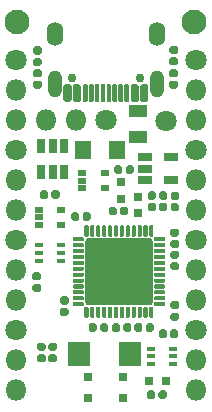
<source format=gbr>
%TF.GenerationSoftware,KiCad,Pcbnew,(5.1.6-0-10_14)*%
%TF.CreationDate,2022-02-25T19:50:12-06:00*%
%TF.ProjectId,Bonsai_C4,426f6e73-6169-45f4-9334-2e6b69636164,rev?*%
%TF.SameCoordinates,Original*%
%TF.FileFunction,Soldermask,Top*%
%TF.FilePolarity,Negative*%
%FSLAX46Y46*%
G04 Gerber Fmt 4.6, Leading zero omitted, Abs format (unit mm)*
G04 Created by KiCad (PCBNEW (5.1.6-0-10_14)) date 2022-02-25 19:50:12*
%MOMM*%
%LPD*%
G01*
G04 APERTURE LIST*
%ADD10C,1.800000*%
%ADD11O,1.800000X1.800000*%
%ADD12O,1.200000X2.300000*%
%ADD13O,1.400000X2.000000*%
%ADD14C,0.750000*%
%ADD15R,0.650000X0.700000*%
%ADD16R,0.750000X1.160000*%
%ADD17R,0.800000X0.700000*%
%ADD18R,1.400000X1.500000*%
%ADD19R,0.750000X0.500000*%
%ADD20R,0.760000X0.400000*%
%ADD21R,0.700000X0.800000*%
%ADD22R,1.160000X0.750000*%
%ADD23R,1.878000X2.132000*%
%ADD24R,1.600000X1.100000*%
%ADD25C,2.100000*%
G04 APERTURE END LIST*
D10*
%TO.C,J4*%
X100000000Y-100000000D03*
D11*
X100000000Y-102540000D03*
X100000000Y-105080000D03*
X100000000Y-112700000D03*
X100000000Y-110160000D03*
D10*
X100000000Y-107620000D03*
X100000000Y-122860000D03*
D11*
X100000000Y-117780000D03*
D10*
X100000000Y-115240000D03*
D11*
X100000000Y-125400000D03*
X100000000Y-127940000D03*
X100000000Y-120320000D03*
%TD*%
D10*
%TO.C,J5*%
X115240000Y-100000000D03*
D11*
X115240000Y-102540000D03*
X115240000Y-105080000D03*
X115240000Y-112700000D03*
X115240000Y-110160000D03*
D10*
X115240000Y-107620000D03*
X115240000Y-122860000D03*
D11*
X115240000Y-117780000D03*
D10*
X115240000Y-115240000D03*
D11*
X115240000Y-125400000D03*
X115240000Y-127940000D03*
X115240000Y-120320000D03*
%TD*%
%TO.C,J1*%
X102540000Y-105080000D03*
X105080000Y-105080000D03*
D10*
X107620000Y-105080000D03*
%TD*%
%TO.C,J2*%
X112680000Y-105120000D03*
%TD*%
%TO.C,C11*%
G36*
G01*
X102728000Y-111170500D02*
X102728000Y-111565500D01*
G75*
G02*
X102555500Y-111738000I-172500J0D01*
G01*
X102210500Y-111738000D01*
G75*
G02*
X102038000Y-111565500I0J172500D01*
G01*
X102038000Y-111170500D01*
G75*
G02*
X102210500Y-110998000I172500J0D01*
G01*
X102555500Y-110998000D01*
G75*
G02*
X102728000Y-111170500I0J-172500D01*
G01*
G37*
G36*
G01*
X103698000Y-111170500D02*
X103698000Y-111565500D01*
G75*
G02*
X103525500Y-111738000I-172500J0D01*
G01*
X103180500Y-111738000D01*
G75*
G02*
X103008000Y-111565500I0J172500D01*
G01*
X103008000Y-111170500D01*
G75*
G02*
X103180500Y-110998000I172500J0D01*
G01*
X103525500Y-110998000D01*
G75*
G02*
X103698000Y-111170500I0J-172500D01*
G01*
G37*
%TD*%
D12*
%TO.C,J3*%
X103320000Y-102000000D03*
D13*
X103320000Y-97800000D03*
D14*
X104730000Y-101449000D03*
X110510000Y-101449000D03*
D13*
X111920000Y-97800000D03*
G36*
G01*
X111220000Y-102175000D02*
X111220000Y-103375000D01*
G75*
G02*
X111045000Y-103550000I-175000J0D01*
G01*
X110695000Y-103550000D01*
G75*
G02*
X110520000Y-103375000I0J175000D01*
G01*
X110520000Y-102175000D01*
G75*
G02*
X110695000Y-102000000I175000J0D01*
G01*
X111045000Y-102000000D01*
G75*
G02*
X111220000Y-102175000I0J-175000D01*
G01*
G37*
G36*
G01*
X109570000Y-102100000D02*
X109570000Y-103450000D01*
G75*
G02*
X109470000Y-103550000I-100000J0D01*
G01*
X109270000Y-103550000D01*
G75*
G02*
X109170000Y-103450000I0J100000D01*
G01*
X109170000Y-102100000D01*
G75*
G02*
X109270000Y-102000000I100000J0D01*
G01*
X109470000Y-102000000D01*
G75*
G02*
X109570000Y-102100000I0J-100000D01*
G01*
G37*
G36*
G01*
X109070000Y-102100000D02*
X109070000Y-103450000D01*
G75*
G02*
X108970000Y-103550000I-100000J0D01*
G01*
X108770000Y-103550000D01*
G75*
G02*
X108670000Y-103450000I0J100000D01*
G01*
X108670000Y-102100000D01*
G75*
G02*
X108770000Y-102000000I100000J0D01*
G01*
X108970000Y-102000000D01*
G75*
G02*
X109070000Y-102100000I0J-100000D01*
G01*
G37*
G36*
G01*
X108570000Y-102100000D02*
X108570000Y-103450000D01*
G75*
G02*
X108470000Y-103550000I-100000J0D01*
G01*
X108270000Y-103550000D01*
G75*
G02*
X108170000Y-103450000I0J100000D01*
G01*
X108170000Y-102100000D01*
G75*
G02*
X108270000Y-102000000I100000J0D01*
G01*
X108470000Y-102000000D01*
G75*
G02*
X108570000Y-102100000I0J-100000D01*
G01*
G37*
G36*
G01*
X108070000Y-102100000D02*
X108070000Y-103450000D01*
G75*
G02*
X107970000Y-103550000I-100000J0D01*
G01*
X107770000Y-103550000D01*
G75*
G02*
X107670000Y-103450000I0J100000D01*
G01*
X107670000Y-102100000D01*
G75*
G02*
X107770000Y-102000000I100000J0D01*
G01*
X107970000Y-102000000D01*
G75*
G02*
X108070000Y-102100000I0J-100000D01*
G01*
G37*
G36*
G01*
X106070000Y-102100000D02*
X106070000Y-103450000D01*
G75*
G02*
X105970000Y-103550000I-100000J0D01*
G01*
X105770000Y-103550000D01*
G75*
G02*
X105670000Y-103450000I0J100000D01*
G01*
X105670000Y-102100000D01*
G75*
G02*
X105770000Y-102000000I100000J0D01*
G01*
X105970000Y-102000000D01*
G75*
G02*
X106070000Y-102100000I0J-100000D01*
G01*
G37*
G36*
G01*
X106570000Y-102100000D02*
X106570000Y-103450000D01*
G75*
G02*
X106470000Y-103550000I-100000J0D01*
G01*
X106270000Y-103550000D01*
G75*
G02*
X106170000Y-103450000I0J100000D01*
G01*
X106170000Y-102100000D01*
G75*
G02*
X106270000Y-102000000I100000J0D01*
G01*
X106470000Y-102000000D01*
G75*
G02*
X106570000Y-102100000I0J-100000D01*
G01*
G37*
G36*
G01*
X107070000Y-102100000D02*
X107070000Y-103450000D01*
G75*
G02*
X106970000Y-103550000I-100000J0D01*
G01*
X106770000Y-103550000D01*
G75*
G02*
X106670000Y-103450000I0J100000D01*
G01*
X106670000Y-102100000D01*
G75*
G02*
X106770000Y-102000000I100000J0D01*
G01*
X106970000Y-102000000D01*
G75*
G02*
X107070000Y-102100000I0J-100000D01*
G01*
G37*
G36*
G01*
X107570000Y-102100000D02*
X107570000Y-103450000D01*
G75*
G02*
X107470000Y-103550000I-100000J0D01*
G01*
X107270000Y-103550000D01*
G75*
G02*
X107170000Y-103450000I0J100000D01*
G01*
X107170000Y-102100000D01*
G75*
G02*
X107270000Y-102000000I100000J0D01*
G01*
X107470000Y-102000000D01*
G75*
G02*
X107570000Y-102100000I0J-100000D01*
G01*
G37*
D12*
X111920000Y-102000000D03*
G36*
G01*
X110420000Y-102175000D02*
X110420000Y-103375000D01*
G75*
G02*
X110245000Y-103550000I-175000J0D01*
G01*
X109895000Y-103550000D01*
G75*
G02*
X109720000Y-103375000I0J175000D01*
G01*
X109720000Y-102175000D01*
G75*
G02*
X109895000Y-102000000I175000J0D01*
G01*
X110245000Y-102000000D01*
G75*
G02*
X110420000Y-102175000I0J-175000D01*
G01*
G37*
G36*
G01*
X104720000Y-102175000D02*
X104720000Y-103375000D01*
G75*
G02*
X104545000Y-103550000I-175000J0D01*
G01*
X104195000Y-103550000D01*
G75*
G02*
X104020000Y-103375000I0J175000D01*
G01*
X104020000Y-102175000D01*
G75*
G02*
X104195000Y-102000000I175000J0D01*
G01*
X104545000Y-102000000D01*
G75*
G02*
X104720000Y-102175000I0J-175000D01*
G01*
G37*
G36*
G01*
X105520000Y-102175000D02*
X105520000Y-103375000D01*
G75*
G02*
X105345000Y-103550000I-175000J0D01*
G01*
X104995000Y-103550000D01*
G75*
G02*
X104820000Y-103375000I0J175000D01*
G01*
X104820000Y-102175000D01*
G75*
G02*
X104995000Y-102000000I175000J0D01*
G01*
X105345000Y-102000000D01*
G75*
G02*
X105520000Y-102175000I0J-175000D01*
G01*
G37*
%TD*%
%TO.C,U3*%
G36*
G01*
X111317535Y-120740000D02*
X106126465Y-120740000D01*
G75*
G02*
X105872000Y-120485535I0J254465D01*
G01*
X105872000Y-115294465D01*
G75*
G02*
X106126465Y-115040000I254465J0D01*
G01*
X111317535Y-115040000D01*
G75*
G02*
X111572000Y-115294465I0J-254465D01*
G01*
X111572000Y-120485535D01*
G75*
G02*
X111317535Y-120740000I-254465J0D01*
G01*
G37*
G36*
G01*
X106059500Y-121815000D02*
X105884500Y-121815000D01*
G75*
G02*
X105797000Y-121727500I0J87500D01*
G01*
X105797000Y-120927500D01*
G75*
G02*
X105884500Y-120840000I87500J0D01*
G01*
X106059500Y-120840000D01*
G75*
G02*
X106147000Y-120927500I0J-87500D01*
G01*
X106147000Y-121727500D01*
G75*
G02*
X106059500Y-121815000I-87500J0D01*
G01*
G37*
G36*
G01*
X106559500Y-121815000D02*
X106384500Y-121815000D01*
G75*
G02*
X106297000Y-121727500I0J87500D01*
G01*
X106297000Y-120927500D01*
G75*
G02*
X106384500Y-120840000I87500J0D01*
G01*
X106559500Y-120840000D01*
G75*
G02*
X106647000Y-120927500I0J-87500D01*
G01*
X106647000Y-121727500D01*
G75*
G02*
X106559500Y-121815000I-87500J0D01*
G01*
G37*
G36*
G01*
X107059500Y-121815000D02*
X106884500Y-121815000D01*
G75*
G02*
X106797000Y-121727500I0J87500D01*
G01*
X106797000Y-120927500D01*
G75*
G02*
X106884500Y-120840000I87500J0D01*
G01*
X107059500Y-120840000D01*
G75*
G02*
X107147000Y-120927500I0J-87500D01*
G01*
X107147000Y-121727500D01*
G75*
G02*
X107059500Y-121815000I-87500J0D01*
G01*
G37*
G36*
G01*
X107559500Y-121815000D02*
X107384500Y-121815000D01*
G75*
G02*
X107297000Y-121727500I0J87500D01*
G01*
X107297000Y-120927500D01*
G75*
G02*
X107384500Y-120840000I87500J0D01*
G01*
X107559500Y-120840000D01*
G75*
G02*
X107647000Y-120927500I0J-87500D01*
G01*
X107647000Y-121727500D01*
G75*
G02*
X107559500Y-121815000I-87500J0D01*
G01*
G37*
G36*
G01*
X108059500Y-121815000D02*
X107884500Y-121815000D01*
G75*
G02*
X107797000Y-121727500I0J87500D01*
G01*
X107797000Y-120927500D01*
G75*
G02*
X107884500Y-120840000I87500J0D01*
G01*
X108059500Y-120840000D01*
G75*
G02*
X108147000Y-120927500I0J-87500D01*
G01*
X108147000Y-121727500D01*
G75*
G02*
X108059500Y-121815000I-87500J0D01*
G01*
G37*
G36*
G01*
X108559500Y-121815000D02*
X108384500Y-121815000D01*
G75*
G02*
X108297000Y-121727500I0J87500D01*
G01*
X108297000Y-120927500D01*
G75*
G02*
X108384500Y-120840000I87500J0D01*
G01*
X108559500Y-120840000D01*
G75*
G02*
X108647000Y-120927500I0J-87500D01*
G01*
X108647000Y-121727500D01*
G75*
G02*
X108559500Y-121815000I-87500J0D01*
G01*
G37*
G36*
G01*
X109059500Y-121815000D02*
X108884500Y-121815000D01*
G75*
G02*
X108797000Y-121727500I0J87500D01*
G01*
X108797000Y-120927500D01*
G75*
G02*
X108884500Y-120840000I87500J0D01*
G01*
X109059500Y-120840000D01*
G75*
G02*
X109147000Y-120927500I0J-87500D01*
G01*
X109147000Y-121727500D01*
G75*
G02*
X109059500Y-121815000I-87500J0D01*
G01*
G37*
G36*
G01*
X109559500Y-121815000D02*
X109384500Y-121815000D01*
G75*
G02*
X109297000Y-121727500I0J87500D01*
G01*
X109297000Y-120927500D01*
G75*
G02*
X109384500Y-120840000I87500J0D01*
G01*
X109559500Y-120840000D01*
G75*
G02*
X109647000Y-120927500I0J-87500D01*
G01*
X109647000Y-121727500D01*
G75*
G02*
X109559500Y-121815000I-87500J0D01*
G01*
G37*
G36*
G01*
X110059500Y-121815000D02*
X109884500Y-121815000D01*
G75*
G02*
X109797000Y-121727500I0J87500D01*
G01*
X109797000Y-120927500D01*
G75*
G02*
X109884500Y-120840000I87500J0D01*
G01*
X110059500Y-120840000D01*
G75*
G02*
X110147000Y-120927500I0J-87500D01*
G01*
X110147000Y-121727500D01*
G75*
G02*
X110059500Y-121815000I-87500J0D01*
G01*
G37*
G36*
G01*
X110559500Y-121815000D02*
X110384500Y-121815000D01*
G75*
G02*
X110297000Y-121727500I0J87500D01*
G01*
X110297000Y-120927500D01*
G75*
G02*
X110384500Y-120840000I87500J0D01*
G01*
X110559500Y-120840000D01*
G75*
G02*
X110647000Y-120927500I0J-87500D01*
G01*
X110647000Y-121727500D01*
G75*
G02*
X110559500Y-121815000I-87500J0D01*
G01*
G37*
G36*
G01*
X111059500Y-121815000D02*
X110884500Y-121815000D01*
G75*
G02*
X110797000Y-121727500I0J87500D01*
G01*
X110797000Y-120927500D01*
G75*
G02*
X110884500Y-120840000I87500J0D01*
G01*
X111059500Y-120840000D01*
G75*
G02*
X111147000Y-120927500I0J-87500D01*
G01*
X111147000Y-121727500D01*
G75*
G02*
X111059500Y-121815000I-87500J0D01*
G01*
G37*
G36*
G01*
X111559500Y-121815000D02*
X111384500Y-121815000D01*
G75*
G02*
X111297000Y-121727500I0J87500D01*
G01*
X111297000Y-120927500D01*
G75*
G02*
X111384500Y-120840000I87500J0D01*
G01*
X111559500Y-120840000D01*
G75*
G02*
X111647000Y-120927500I0J-87500D01*
G01*
X111647000Y-121727500D01*
G75*
G02*
X111559500Y-121815000I-87500J0D01*
G01*
G37*
G36*
G01*
X112559500Y-120815000D02*
X111759500Y-120815000D01*
G75*
G02*
X111672000Y-120727500I0J87500D01*
G01*
X111672000Y-120552500D01*
G75*
G02*
X111759500Y-120465000I87500J0D01*
G01*
X112559500Y-120465000D01*
G75*
G02*
X112647000Y-120552500I0J-87500D01*
G01*
X112647000Y-120727500D01*
G75*
G02*
X112559500Y-120815000I-87500J0D01*
G01*
G37*
G36*
G01*
X112559500Y-120315000D02*
X111759500Y-120315000D01*
G75*
G02*
X111672000Y-120227500I0J87500D01*
G01*
X111672000Y-120052500D01*
G75*
G02*
X111759500Y-119965000I87500J0D01*
G01*
X112559500Y-119965000D01*
G75*
G02*
X112647000Y-120052500I0J-87500D01*
G01*
X112647000Y-120227500D01*
G75*
G02*
X112559500Y-120315000I-87500J0D01*
G01*
G37*
G36*
G01*
X112559500Y-119815000D02*
X111759500Y-119815000D01*
G75*
G02*
X111672000Y-119727500I0J87500D01*
G01*
X111672000Y-119552500D01*
G75*
G02*
X111759500Y-119465000I87500J0D01*
G01*
X112559500Y-119465000D01*
G75*
G02*
X112647000Y-119552500I0J-87500D01*
G01*
X112647000Y-119727500D01*
G75*
G02*
X112559500Y-119815000I-87500J0D01*
G01*
G37*
G36*
G01*
X112559500Y-119315000D02*
X111759500Y-119315000D01*
G75*
G02*
X111672000Y-119227500I0J87500D01*
G01*
X111672000Y-119052500D01*
G75*
G02*
X111759500Y-118965000I87500J0D01*
G01*
X112559500Y-118965000D01*
G75*
G02*
X112647000Y-119052500I0J-87500D01*
G01*
X112647000Y-119227500D01*
G75*
G02*
X112559500Y-119315000I-87500J0D01*
G01*
G37*
G36*
G01*
X112559500Y-118815000D02*
X111759500Y-118815000D01*
G75*
G02*
X111672000Y-118727500I0J87500D01*
G01*
X111672000Y-118552500D01*
G75*
G02*
X111759500Y-118465000I87500J0D01*
G01*
X112559500Y-118465000D01*
G75*
G02*
X112647000Y-118552500I0J-87500D01*
G01*
X112647000Y-118727500D01*
G75*
G02*
X112559500Y-118815000I-87500J0D01*
G01*
G37*
G36*
G01*
X112559500Y-118315000D02*
X111759500Y-118315000D01*
G75*
G02*
X111672000Y-118227500I0J87500D01*
G01*
X111672000Y-118052500D01*
G75*
G02*
X111759500Y-117965000I87500J0D01*
G01*
X112559500Y-117965000D01*
G75*
G02*
X112647000Y-118052500I0J-87500D01*
G01*
X112647000Y-118227500D01*
G75*
G02*
X112559500Y-118315000I-87500J0D01*
G01*
G37*
G36*
G01*
X112559500Y-117815000D02*
X111759500Y-117815000D01*
G75*
G02*
X111672000Y-117727500I0J87500D01*
G01*
X111672000Y-117552500D01*
G75*
G02*
X111759500Y-117465000I87500J0D01*
G01*
X112559500Y-117465000D01*
G75*
G02*
X112647000Y-117552500I0J-87500D01*
G01*
X112647000Y-117727500D01*
G75*
G02*
X112559500Y-117815000I-87500J0D01*
G01*
G37*
G36*
G01*
X112559500Y-117315000D02*
X111759500Y-117315000D01*
G75*
G02*
X111672000Y-117227500I0J87500D01*
G01*
X111672000Y-117052500D01*
G75*
G02*
X111759500Y-116965000I87500J0D01*
G01*
X112559500Y-116965000D01*
G75*
G02*
X112647000Y-117052500I0J-87500D01*
G01*
X112647000Y-117227500D01*
G75*
G02*
X112559500Y-117315000I-87500J0D01*
G01*
G37*
G36*
G01*
X112559500Y-116815000D02*
X111759500Y-116815000D01*
G75*
G02*
X111672000Y-116727500I0J87500D01*
G01*
X111672000Y-116552500D01*
G75*
G02*
X111759500Y-116465000I87500J0D01*
G01*
X112559500Y-116465000D01*
G75*
G02*
X112647000Y-116552500I0J-87500D01*
G01*
X112647000Y-116727500D01*
G75*
G02*
X112559500Y-116815000I-87500J0D01*
G01*
G37*
G36*
G01*
X112559500Y-116315000D02*
X111759500Y-116315000D01*
G75*
G02*
X111672000Y-116227500I0J87500D01*
G01*
X111672000Y-116052500D01*
G75*
G02*
X111759500Y-115965000I87500J0D01*
G01*
X112559500Y-115965000D01*
G75*
G02*
X112647000Y-116052500I0J-87500D01*
G01*
X112647000Y-116227500D01*
G75*
G02*
X112559500Y-116315000I-87500J0D01*
G01*
G37*
G36*
G01*
X112559500Y-115815000D02*
X111759500Y-115815000D01*
G75*
G02*
X111672000Y-115727500I0J87500D01*
G01*
X111672000Y-115552500D01*
G75*
G02*
X111759500Y-115465000I87500J0D01*
G01*
X112559500Y-115465000D01*
G75*
G02*
X112647000Y-115552500I0J-87500D01*
G01*
X112647000Y-115727500D01*
G75*
G02*
X112559500Y-115815000I-87500J0D01*
G01*
G37*
G36*
G01*
X112559500Y-115315000D02*
X111759500Y-115315000D01*
G75*
G02*
X111672000Y-115227500I0J87500D01*
G01*
X111672000Y-115052500D01*
G75*
G02*
X111759500Y-114965000I87500J0D01*
G01*
X112559500Y-114965000D01*
G75*
G02*
X112647000Y-115052500I0J-87500D01*
G01*
X112647000Y-115227500D01*
G75*
G02*
X112559500Y-115315000I-87500J0D01*
G01*
G37*
G36*
G01*
X111559500Y-114940000D02*
X111384500Y-114940000D01*
G75*
G02*
X111297000Y-114852500I0J87500D01*
G01*
X111297000Y-114052500D01*
G75*
G02*
X111384500Y-113965000I87500J0D01*
G01*
X111559500Y-113965000D01*
G75*
G02*
X111647000Y-114052500I0J-87500D01*
G01*
X111647000Y-114852500D01*
G75*
G02*
X111559500Y-114940000I-87500J0D01*
G01*
G37*
G36*
G01*
X111059500Y-114940000D02*
X110884500Y-114940000D01*
G75*
G02*
X110797000Y-114852500I0J87500D01*
G01*
X110797000Y-114052500D01*
G75*
G02*
X110884500Y-113965000I87500J0D01*
G01*
X111059500Y-113965000D01*
G75*
G02*
X111147000Y-114052500I0J-87500D01*
G01*
X111147000Y-114852500D01*
G75*
G02*
X111059500Y-114940000I-87500J0D01*
G01*
G37*
G36*
G01*
X110559500Y-114940000D02*
X110384500Y-114940000D01*
G75*
G02*
X110297000Y-114852500I0J87500D01*
G01*
X110297000Y-114052500D01*
G75*
G02*
X110384500Y-113965000I87500J0D01*
G01*
X110559500Y-113965000D01*
G75*
G02*
X110647000Y-114052500I0J-87500D01*
G01*
X110647000Y-114852500D01*
G75*
G02*
X110559500Y-114940000I-87500J0D01*
G01*
G37*
G36*
G01*
X110059500Y-114940000D02*
X109884500Y-114940000D01*
G75*
G02*
X109797000Y-114852500I0J87500D01*
G01*
X109797000Y-114052500D01*
G75*
G02*
X109884500Y-113965000I87500J0D01*
G01*
X110059500Y-113965000D01*
G75*
G02*
X110147000Y-114052500I0J-87500D01*
G01*
X110147000Y-114852500D01*
G75*
G02*
X110059500Y-114940000I-87500J0D01*
G01*
G37*
G36*
G01*
X109559500Y-114940000D02*
X109384500Y-114940000D01*
G75*
G02*
X109297000Y-114852500I0J87500D01*
G01*
X109297000Y-114052500D01*
G75*
G02*
X109384500Y-113965000I87500J0D01*
G01*
X109559500Y-113965000D01*
G75*
G02*
X109647000Y-114052500I0J-87500D01*
G01*
X109647000Y-114852500D01*
G75*
G02*
X109559500Y-114940000I-87500J0D01*
G01*
G37*
G36*
G01*
X109059500Y-114940000D02*
X108884500Y-114940000D01*
G75*
G02*
X108797000Y-114852500I0J87500D01*
G01*
X108797000Y-114052500D01*
G75*
G02*
X108884500Y-113965000I87500J0D01*
G01*
X109059500Y-113965000D01*
G75*
G02*
X109147000Y-114052500I0J-87500D01*
G01*
X109147000Y-114852500D01*
G75*
G02*
X109059500Y-114940000I-87500J0D01*
G01*
G37*
G36*
G01*
X108559500Y-114940000D02*
X108384500Y-114940000D01*
G75*
G02*
X108297000Y-114852500I0J87500D01*
G01*
X108297000Y-114052500D01*
G75*
G02*
X108384500Y-113965000I87500J0D01*
G01*
X108559500Y-113965000D01*
G75*
G02*
X108647000Y-114052500I0J-87500D01*
G01*
X108647000Y-114852500D01*
G75*
G02*
X108559500Y-114940000I-87500J0D01*
G01*
G37*
G36*
G01*
X108059500Y-114940000D02*
X107884500Y-114940000D01*
G75*
G02*
X107797000Y-114852500I0J87500D01*
G01*
X107797000Y-114052500D01*
G75*
G02*
X107884500Y-113965000I87500J0D01*
G01*
X108059500Y-113965000D01*
G75*
G02*
X108147000Y-114052500I0J-87500D01*
G01*
X108147000Y-114852500D01*
G75*
G02*
X108059500Y-114940000I-87500J0D01*
G01*
G37*
G36*
G01*
X107559500Y-114940000D02*
X107384500Y-114940000D01*
G75*
G02*
X107297000Y-114852500I0J87500D01*
G01*
X107297000Y-114052500D01*
G75*
G02*
X107384500Y-113965000I87500J0D01*
G01*
X107559500Y-113965000D01*
G75*
G02*
X107647000Y-114052500I0J-87500D01*
G01*
X107647000Y-114852500D01*
G75*
G02*
X107559500Y-114940000I-87500J0D01*
G01*
G37*
G36*
G01*
X107059500Y-114940000D02*
X106884500Y-114940000D01*
G75*
G02*
X106797000Y-114852500I0J87500D01*
G01*
X106797000Y-114052500D01*
G75*
G02*
X106884500Y-113965000I87500J0D01*
G01*
X107059500Y-113965000D01*
G75*
G02*
X107147000Y-114052500I0J-87500D01*
G01*
X107147000Y-114852500D01*
G75*
G02*
X107059500Y-114940000I-87500J0D01*
G01*
G37*
G36*
G01*
X106559500Y-114940000D02*
X106384500Y-114940000D01*
G75*
G02*
X106297000Y-114852500I0J87500D01*
G01*
X106297000Y-114052500D01*
G75*
G02*
X106384500Y-113965000I87500J0D01*
G01*
X106559500Y-113965000D01*
G75*
G02*
X106647000Y-114052500I0J-87500D01*
G01*
X106647000Y-114852500D01*
G75*
G02*
X106559500Y-114940000I-87500J0D01*
G01*
G37*
G36*
G01*
X106059500Y-114940000D02*
X105884500Y-114940000D01*
G75*
G02*
X105797000Y-114852500I0J87500D01*
G01*
X105797000Y-114052500D01*
G75*
G02*
X105884500Y-113965000I87500J0D01*
G01*
X106059500Y-113965000D01*
G75*
G02*
X106147000Y-114052500I0J-87500D01*
G01*
X106147000Y-114852500D01*
G75*
G02*
X106059500Y-114940000I-87500J0D01*
G01*
G37*
G36*
G01*
X105684500Y-115315000D02*
X104884500Y-115315000D01*
G75*
G02*
X104797000Y-115227500I0J87500D01*
G01*
X104797000Y-115052500D01*
G75*
G02*
X104884500Y-114965000I87500J0D01*
G01*
X105684500Y-114965000D01*
G75*
G02*
X105772000Y-115052500I0J-87500D01*
G01*
X105772000Y-115227500D01*
G75*
G02*
X105684500Y-115315000I-87500J0D01*
G01*
G37*
G36*
G01*
X105684500Y-115815000D02*
X104884500Y-115815000D01*
G75*
G02*
X104797000Y-115727500I0J87500D01*
G01*
X104797000Y-115552500D01*
G75*
G02*
X104884500Y-115465000I87500J0D01*
G01*
X105684500Y-115465000D01*
G75*
G02*
X105772000Y-115552500I0J-87500D01*
G01*
X105772000Y-115727500D01*
G75*
G02*
X105684500Y-115815000I-87500J0D01*
G01*
G37*
G36*
G01*
X105684500Y-116315000D02*
X104884500Y-116315000D01*
G75*
G02*
X104797000Y-116227500I0J87500D01*
G01*
X104797000Y-116052500D01*
G75*
G02*
X104884500Y-115965000I87500J0D01*
G01*
X105684500Y-115965000D01*
G75*
G02*
X105772000Y-116052500I0J-87500D01*
G01*
X105772000Y-116227500D01*
G75*
G02*
X105684500Y-116315000I-87500J0D01*
G01*
G37*
G36*
G01*
X105684500Y-116815000D02*
X104884500Y-116815000D01*
G75*
G02*
X104797000Y-116727500I0J87500D01*
G01*
X104797000Y-116552500D01*
G75*
G02*
X104884500Y-116465000I87500J0D01*
G01*
X105684500Y-116465000D01*
G75*
G02*
X105772000Y-116552500I0J-87500D01*
G01*
X105772000Y-116727500D01*
G75*
G02*
X105684500Y-116815000I-87500J0D01*
G01*
G37*
G36*
G01*
X105684500Y-117315000D02*
X104884500Y-117315000D01*
G75*
G02*
X104797000Y-117227500I0J87500D01*
G01*
X104797000Y-117052500D01*
G75*
G02*
X104884500Y-116965000I87500J0D01*
G01*
X105684500Y-116965000D01*
G75*
G02*
X105772000Y-117052500I0J-87500D01*
G01*
X105772000Y-117227500D01*
G75*
G02*
X105684500Y-117315000I-87500J0D01*
G01*
G37*
G36*
G01*
X105684500Y-117815000D02*
X104884500Y-117815000D01*
G75*
G02*
X104797000Y-117727500I0J87500D01*
G01*
X104797000Y-117552500D01*
G75*
G02*
X104884500Y-117465000I87500J0D01*
G01*
X105684500Y-117465000D01*
G75*
G02*
X105772000Y-117552500I0J-87500D01*
G01*
X105772000Y-117727500D01*
G75*
G02*
X105684500Y-117815000I-87500J0D01*
G01*
G37*
G36*
G01*
X105684500Y-118315000D02*
X104884500Y-118315000D01*
G75*
G02*
X104797000Y-118227500I0J87500D01*
G01*
X104797000Y-118052500D01*
G75*
G02*
X104884500Y-117965000I87500J0D01*
G01*
X105684500Y-117965000D01*
G75*
G02*
X105772000Y-118052500I0J-87500D01*
G01*
X105772000Y-118227500D01*
G75*
G02*
X105684500Y-118315000I-87500J0D01*
G01*
G37*
G36*
G01*
X105684500Y-118815000D02*
X104884500Y-118815000D01*
G75*
G02*
X104797000Y-118727500I0J87500D01*
G01*
X104797000Y-118552500D01*
G75*
G02*
X104884500Y-118465000I87500J0D01*
G01*
X105684500Y-118465000D01*
G75*
G02*
X105772000Y-118552500I0J-87500D01*
G01*
X105772000Y-118727500D01*
G75*
G02*
X105684500Y-118815000I-87500J0D01*
G01*
G37*
G36*
G01*
X105684500Y-119315000D02*
X104884500Y-119315000D01*
G75*
G02*
X104797000Y-119227500I0J87500D01*
G01*
X104797000Y-119052500D01*
G75*
G02*
X104884500Y-118965000I87500J0D01*
G01*
X105684500Y-118965000D01*
G75*
G02*
X105772000Y-119052500I0J-87500D01*
G01*
X105772000Y-119227500D01*
G75*
G02*
X105684500Y-119315000I-87500J0D01*
G01*
G37*
G36*
G01*
X105684500Y-119815000D02*
X104884500Y-119815000D01*
G75*
G02*
X104797000Y-119727500I0J87500D01*
G01*
X104797000Y-119552500D01*
G75*
G02*
X104884500Y-119465000I87500J0D01*
G01*
X105684500Y-119465000D01*
G75*
G02*
X105772000Y-119552500I0J-87500D01*
G01*
X105772000Y-119727500D01*
G75*
G02*
X105684500Y-119815000I-87500J0D01*
G01*
G37*
G36*
G01*
X105684500Y-120315000D02*
X104884500Y-120315000D01*
G75*
G02*
X104797000Y-120227500I0J87500D01*
G01*
X104797000Y-120052500D01*
G75*
G02*
X104884500Y-119965000I87500J0D01*
G01*
X105684500Y-119965000D01*
G75*
G02*
X105772000Y-120052500I0J-87500D01*
G01*
X105772000Y-120227500D01*
G75*
G02*
X105684500Y-120315000I-87500J0D01*
G01*
G37*
G36*
G01*
X105684500Y-120815000D02*
X104884500Y-120815000D01*
G75*
G02*
X104797000Y-120727500I0J87500D01*
G01*
X104797000Y-120552500D01*
G75*
G02*
X104884500Y-120465000I87500J0D01*
G01*
X105684500Y-120465000D01*
G75*
G02*
X105772000Y-120552500I0J-87500D01*
G01*
X105772000Y-120727500D01*
G75*
G02*
X105684500Y-120815000I-87500J0D01*
G01*
G37*
%TD*%
D15*
%TO.C,K1*%
X109055000Y-126770000D03*
X109055000Y-128570000D03*
X106105000Y-128570000D03*
X106105000Y-126770000D03*
%TD*%
D16*
%TO.C,U2*%
X103114000Y-109412000D03*
X104064000Y-109412000D03*
X102164000Y-109412000D03*
X102164000Y-107212000D03*
X103114000Y-107212000D03*
X104064000Y-107212000D03*
%TD*%
%TO.C,R9*%
G36*
G01*
X113651500Y-121068000D02*
X113256500Y-121068000D01*
G75*
G02*
X113084000Y-120895500I0J172500D01*
G01*
X113084000Y-120550500D01*
G75*
G02*
X113256500Y-120378000I172500J0D01*
G01*
X113651500Y-120378000D01*
G75*
G02*
X113824000Y-120550500I0J-172500D01*
G01*
X113824000Y-120895500D01*
G75*
G02*
X113651500Y-121068000I-172500J0D01*
G01*
G37*
G36*
G01*
X113651500Y-122038000D02*
X113256500Y-122038000D01*
G75*
G02*
X113084000Y-121865500I0J172500D01*
G01*
X113084000Y-121520500D01*
G75*
G02*
X113256500Y-121348000I172500J0D01*
G01*
X113651500Y-121348000D01*
G75*
G02*
X113824000Y-121520500I0J-172500D01*
G01*
X113824000Y-121865500D01*
G75*
G02*
X113651500Y-122038000I-172500J0D01*
G01*
G37*
%TD*%
%TO.C,R8*%
G36*
G01*
X108813000Y-112947500D02*
X108813000Y-112552500D01*
G75*
G02*
X108985500Y-112380000I172500J0D01*
G01*
X109330500Y-112380000D01*
G75*
G02*
X109503000Y-112552500I0J-172500D01*
G01*
X109503000Y-112947500D01*
G75*
G02*
X109330500Y-113120000I-172500J0D01*
G01*
X108985500Y-113120000D01*
G75*
G02*
X108813000Y-112947500I0J172500D01*
G01*
G37*
G36*
G01*
X107843000Y-112947500D02*
X107843000Y-112552500D01*
G75*
G02*
X108015500Y-112380000I172500J0D01*
G01*
X108360500Y-112380000D01*
G75*
G02*
X108533000Y-112552500I0J-172500D01*
G01*
X108533000Y-112947500D01*
G75*
G02*
X108360500Y-113120000I-172500J0D01*
G01*
X108015500Y-113120000D01*
G75*
G02*
X107843000Y-112947500I0J172500D01*
G01*
G37*
%TD*%
D17*
%TO.C,D5*%
X110330000Y-111530000D03*
X110330000Y-112930000D03*
%TD*%
D18*
%TO.C,D4*%
X105691000Y-107561000D03*
X108591000Y-107561000D03*
%TD*%
%TO.C,C6*%
G36*
G01*
X113659500Y-112781000D02*
X113264500Y-112781000D01*
G75*
G02*
X113092000Y-112608500I0J172500D01*
G01*
X113092000Y-112263500D01*
G75*
G02*
X113264500Y-112091000I172500J0D01*
G01*
X113659500Y-112091000D01*
G75*
G02*
X113832000Y-112263500I0J-172500D01*
G01*
X113832000Y-112608500D01*
G75*
G02*
X113659500Y-112781000I-172500J0D01*
G01*
G37*
G36*
G01*
X113659500Y-111811000D02*
X113264500Y-111811000D01*
G75*
G02*
X113092000Y-111638500I0J172500D01*
G01*
X113092000Y-111293500D01*
G75*
G02*
X113264500Y-111121000I172500J0D01*
G01*
X113659500Y-111121000D01*
G75*
G02*
X113832000Y-111293500I0J-172500D01*
G01*
X113832000Y-111638500D01*
G75*
G02*
X113659500Y-111811000I-172500J0D01*
G01*
G37*
%TD*%
D17*
%TO.C,D1*%
X108905000Y-111702000D03*
X108905000Y-110302000D03*
%TD*%
%TO.C,C14*%
G36*
G01*
X113248500Y-117077000D02*
X113643500Y-117077000D01*
G75*
G02*
X113816000Y-117249500I0J-172500D01*
G01*
X113816000Y-117594500D01*
G75*
G02*
X113643500Y-117767000I-172500J0D01*
G01*
X113248500Y-117767000D01*
G75*
G02*
X113076000Y-117594500I0J172500D01*
G01*
X113076000Y-117249500D01*
G75*
G02*
X113248500Y-117077000I172500J0D01*
G01*
G37*
G36*
G01*
X113248500Y-116107000D02*
X113643500Y-116107000D01*
G75*
G02*
X113816000Y-116279500I0J-172500D01*
G01*
X113816000Y-116624500D01*
G75*
G02*
X113643500Y-116797000I-172500J0D01*
G01*
X113248500Y-116797000D01*
G75*
G02*
X113076000Y-116624500I0J172500D01*
G01*
X113076000Y-116279500D01*
G75*
G02*
X113248500Y-116107000I172500J0D01*
G01*
G37*
%TD*%
D19*
%TO.C,U5*%
X103859000Y-112625000D03*
X103859000Y-113925000D03*
X101959000Y-113275000D03*
X101959000Y-113925000D03*
X101959000Y-112625000D03*
%TD*%
%TO.C,R7*%
G36*
G01*
X112072000Y-128512500D02*
X112072000Y-128117500D01*
G75*
G02*
X112244500Y-127945000I172500J0D01*
G01*
X112589500Y-127945000D01*
G75*
G02*
X112762000Y-128117500I0J-172500D01*
G01*
X112762000Y-128512500D01*
G75*
G02*
X112589500Y-128685000I-172500J0D01*
G01*
X112244500Y-128685000D01*
G75*
G02*
X112072000Y-128512500I0J172500D01*
G01*
G37*
G36*
G01*
X111102000Y-128512500D02*
X111102000Y-128117500D01*
G75*
G02*
X111274500Y-127945000I172500J0D01*
G01*
X111619500Y-127945000D01*
G75*
G02*
X111792000Y-128117500I0J-172500D01*
G01*
X111792000Y-128512500D01*
G75*
G02*
X111619500Y-128685000I-172500J0D01*
G01*
X111274500Y-128685000D01*
G75*
G02*
X111102000Y-128512500I0J172500D01*
G01*
G37*
%TD*%
%TO.C,R6*%
G36*
G01*
X112132000Y-112605500D02*
X112132000Y-112210500D01*
G75*
G02*
X112304500Y-112038000I172500J0D01*
G01*
X112649500Y-112038000D01*
G75*
G02*
X112822000Y-112210500I0J-172500D01*
G01*
X112822000Y-112605500D01*
G75*
G02*
X112649500Y-112778000I-172500J0D01*
G01*
X112304500Y-112778000D01*
G75*
G02*
X112132000Y-112605500I0J172500D01*
G01*
G37*
G36*
G01*
X111162000Y-112605500D02*
X111162000Y-112210500D01*
G75*
G02*
X111334500Y-112038000I172500J0D01*
G01*
X111679500Y-112038000D01*
G75*
G02*
X111852000Y-112210500I0J-172500D01*
G01*
X111852000Y-112605500D01*
G75*
G02*
X111679500Y-112778000I-172500J0D01*
G01*
X111334500Y-112778000D01*
G75*
G02*
X111162000Y-112605500I0J172500D01*
G01*
G37*
%TD*%
%TO.C,R5*%
G36*
G01*
X111849000Y-111252500D02*
X111849000Y-111647500D01*
G75*
G02*
X111676500Y-111820000I-172500J0D01*
G01*
X111331500Y-111820000D01*
G75*
G02*
X111159000Y-111647500I0J172500D01*
G01*
X111159000Y-111252500D01*
G75*
G02*
X111331500Y-111080000I172500J0D01*
G01*
X111676500Y-111080000D01*
G75*
G02*
X111849000Y-111252500I0J-172500D01*
G01*
G37*
G36*
G01*
X112819000Y-111252500D02*
X112819000Y-111647500D01*
G75*
G02*
X112646500Y-111820000I-172500J0D01*
G01*
X112301500Y-111820000D01*
G75*
G02*
X112129000Y-111647500I0J172500D01*
G01*
X112129000Y-111252500D01*
G75*
G02*
X112301500Y-111080000I172500J0D01*
G01*
X112646500Y-111080000D01*
G75*
G02*
X112819000Y-111252500I0J-172500D01*
G01*
G37*
%TD*%
D20*
%TO.C,Q2*%
X101982000Y-116967000D03*
X101982000Y-115667000D03*
X103822000Y-116317000D03*
X101982000Y-116317000D03*
X103822000Y-115667000D03*
X103822000Y-116967000D03*
%TD*%
D21*
%TO.C,D2*%
X111300000Y-127145000D03*
X112700000Y-127145000D03*
%TD*%
D22*
%TO.C,U1*%
X113132000Y-108205000D03*
X113132000Y-110105000D03*
X110932000Y-110105000D03*
X110932000Y-109155000D03*
X110932000Y-108205000D03*
%TD*%
D19*
%TO.C,U4*%
X107519000Y-109524000D03*
X107519000Y-110824000D03*
X105619000Y-110174000D03*
X105619000Y-110824000D03*
X105619000Y-109524000D03*
%TD*%
D20*
%TO.C,Q1*%
X113272000Y-124390000D03*
X113272000Y-125690000D03*
X111432000Y-125040000D03*
X113272000Y-125040000D03*
X111432000Y-125690000D03*
X111432000Y-124390000D03*
%TD*%
%TO.C,C2*%
G36*
G01*
X113249500Y-115202000D02*
X113644500Y-115202000D01*
G75*
G02*
X113817000Y-115374500I0J-172500D01*
G01*
X113817000Y-115719500D01*
G75*
G02*
X113644500Y-115892000I-172500J0D01*
G01*
X113249500Y-115892000D01*
G75*
G02*
X113077000Y-115719500I0J172500D01*
G01*
X113077000Y-115374500D01*
G75*
G02*
X113249500Y-115202000I172500J0D01*
G01*
G37*
G36*
G01*
X113249500Y-114232000D02*
X113644500Y-114232000D01*
G75*
G02*
X113817000Y-114404500I0J-172500D01*
G01*
X113817000Y-114749500D01*
G75*
G02*
X113644500Y-114922000I-172500J0D01*
G01*
X113249500Y-114922000D01*
G75*
G02*
X113077000Y-114749500I0J172500D01*
G01*
X113077000Y-114404500D01*
G75*
G02*
X113249500Y-114232000I172500J0D01*
G01*
G37*
%TD*%
%TO.C,D3*%
G36*
G01*
X102352500Y-124591000D02*
X101957500Y-124591000D01*
G75*
G02*
X101785000Y-124418500I0J172500D01*
G01*
X101785000Y-124073500D01*
G75*
G02*
X101957500Y-123901000I172500J0D01*
G01*
X102352500Y-123901000D01*
G75*
G02*
X102525000Y-124073500I0J-172500D01*
G01*
X102525000Y-124418500D01*
G75*
G02*
X102352500Y-124591000I-172500J0D01*
G01*
G37*
G36*
G01*
X102352500Y-125561000D02*
X101957500Y-125561000D01*
G75*
G02*
X101785000Y-125388500I0J172500D01*
G01*
X101785000Y-125043500D01*
G75*
G02*
X101957500Y-124871000I172500J0D01*
G01*
X102352500Y-124871000D01*
G75*
G02*
X102525000Y-125043500I0J-172500D01*
G01*
X102525000Y-125388500D01*
G75*
G02*
X102352500Y-125561000I-172500J0D01*
G01*
G37*
%TD*%
D23*
%TO.C,Y1*%
X109668000Y-124880000D03*
X105350000Y-124880000D03*
%TD*%
%TO.C,C3*%
G36*
G01*
X110996000Y-122822500D02*
X110996000Y-122427500D01*
G75*
G02*
X111168500Y-122255000I172500J0D01*
G01*
X111513500Y-122255000D01*
G75*
G02*
X111686000Y-122427500I0J-172500D01*
G01*
X111686000Y-122822500D01*
G75*
G02*
X111513500Y-122995000I-172500J0D01*
G01*
X111168500Y-122995000D01*
G75*
G02*
X110996000Y-122822500I0J172500D01*
G01*
G37*
G36*
G01*
X110026000Y-122822500D02*
X110026000Y-122427500D01*
G75*
G02*
X110198500Y-122255000I172500J0D01*
G01*
X110543500Y-122255000D01*
G75*
G02*
X110716000Y-122427500I0J-172500D01*
G01*
X110716000Y-122822500D01*
G75*
G02*
X110543500Y-122995000I-172500J0D01*
G01*
X110198500Y-122995000D01*
G75*
G02*
X110026000Y-122822500I0J172500D01*
G01*
G37*
%TD*%
%TO.C,C12*%
G36*
G01*
X113160500Y-99737000D02*
X113555500Y-99737000D01*
G75*
G02*
X113728000Y-99909500I0J-172500D01*
G01*
X113728000Y-100254500D01*
G75*
G02*
X113555500Y-100427000I-172500J0D01*
G01*
X113160500Y-100427000D01*
G75*
G02*
X112988000Y-100254500I0J172500D01*
G01*
X112988000Y-99909500D01*
G75*
G02*
X113160500Y-99737000I172500J0D01*
G01*
G37*
G36*
G01*
X113160500Y-98767000D02*
X113555500Y-98767000D01*
G75*
G02*
X113728000Y-98939500I0J-172500D01*
G01*
X113728000Y-99284500D01*
G75*
G02*
X113555500Y-99457000I-172500J0D01*
G01*
X113160500Y-99457000D01*
G75*
G02*
X112988000Y-99284500I0J172500D01*
G01*
X112988000Y-98939500D01*
G75*
G02*
X113160500Y-98767000I172500J0D01*
G01*
G37*
%TD*%
%TO.C,FB1*%
G36*
G01*
X101623500Y-99790000D02*
X102018500Y-99790000D01*
G75*
G02*
X102191000Y-99962500I0J-172500D01*
G01*
X102191000Y-100307500D01*
G75*
G02*
X102018500Y-100480000I-172500J0D01*
G01*
X101623500Y-100480000D01*
G75*
G02*
X101451000Y-100307500I0J172500D01*
G01*
X101451000Y-99962500D01*
G75*
G02*
X101623500Y-99790000I172500J0D01*
G01*
G37*
G36*
G01*
X101623500Y-98820000D02*
X102018500Y-98820000D01*
G75*
G02*
X102191000Y-98992500I0J-172500D01*
G01*
X102191000Y-99337500D01*
G75*
G02*
X102018500Y-99510000I-172500J0D01*
G01*
X101623500Y-99510000D01*
G75*
G02*
X101451000Y-99337500I0J172500D01*
G01*
X101451000Y-98992500D01*
G75*
G02*
X101623500Y-98820000I172500J0D01*
G01*
G37*
%TD*%
%TO.C,R4*%
G36*
G01*
X102913500Y-124871000D02*
X103308500Y-124871000D01*
G75*
G02*
X103481000Y-125043500I0J-172500D01*
G01*
X103481000Y-125388500D01*
G75*
G02*
X103308500Y-125561000I-172500J0D01*
G01*
X102913500Y-125561000D01*
G75*
G02*
X102741000Y-125388500I0J172500D01*
G01*
X102741000Y-125043500D01*
G75*
G02*
X102913500Y-124871000I172500J0D01*
G01*
G37*
G36*
G01*
X102913500Y-123901000D02*
X103308500Y-123901000D01*
G75*
G02*
X103481000Y-124073500I0J-172500D01*
G01*
X103481000Y-124418500D01*
G75*
G02*
X103308500Y-124591000I-172500J0D01*
G01*
X102913500Y-124591000D01*
G75*
G02*
X102741000Y-124418500I0J172500D01*
G01*
X102741000Y-124073500D01*
G75*
G02*
X102913500Y-123901000I172500J0D01*
G01*
G37*
%TD*%
%TO.C,R3*%
G36*
G01*
X102018500Y-101424000D02*
X101623500Y-101424000D01*
G75*
G02*
X101451000Y-101251500I0J172500D01*
G01*
X101451000Y-100906500D01*
G75*
G02*
X101623500Y-100734000I172500J0D01*
G01*
X102018500Y-100734000D01*
G75*
G02*
X102191000Y-100906500I0J-172500D01*
G01*
X102191000Y-101251500D01*
G75*
G02*
X102018500Y-101424000I-172500J0D01*
G01*
G37*
G36*
G01*
X102018500Y-102394000D02*
X101623500Y-102394000D01*
G75*
G02*
X101451000Y-102221500I0J172500D01*
G01*
X101451000Y-101876500D01*
G75*
G02*
X101623500Y-101704000I172500J0D01*
G01*
X102018500Y-101704000D01*
G75*
G02*
X102191000Y-101876500I0J-172500D01*
G01*
X102191000Y-102221500D01*
G75*
G02*
X102018500Y-102394000I-172500J0D01*
G01*
G37*
%TD*%
%TO.C,R2*%
G36*
G01*
X113154500Y-101715000D02*
X113549500Y-101715000D01*
G75*
G02*
X113722000Y-101887500I0J-172500D01*
G01*
X113722000Y-102232500D01*
G75*
G02*
X113549500Y-102405000I-172500J0D01*
G01*
X113154500Y-102405000D01*
G75*
G02*
X112982000Y-102232500I0J172500D01*
G01*
X112982000Y-101887500D01*
G75*
G02*
X113154500Y-101715000I172500J0D01*
G01*
G37*
G36*
G01*
X113154500Y-100745000D02*
X113549500Y-100745000D01*
G75*
G02*
X113722000Y-100917500I0J-172500D01*
G01*
X113722000Y-101262500D01*
G75*
G02*
X113549500Y-101435000I-172500J0D01*
G01*
X113154500Y-101435000D01*
G75*
G02*
X112982000Y-101262500I0J172500D01*
G01*
X112982000Y-100917500D01*
G75*
G02*
X113154500Y-100745000I172500J0D01*
G01*
G37*
%TD*%
%TO.C,R1*%
G36*
G01*
X101568500Y-118911000D02*
X101963500Y-118911000D01*
G75*
G02*
X102136000Y-119083500I0J-172500D01*
G01*
X102136000Y-119428500D01*
G75*
G02*
X101963500Y-119601000I-172500J0D01*
G01*
X101568500Y-119601000D01*
G75*
G02*
X101396000Y-119428500I0J172500D01*
G01*
X101396000Y-119083500D01*
G75*
G02*
X101568500Y-118911000I172500J0D01*
G01*
G37*
G36*
G01*
X101568500Y-117941000D02*
X101963500Y-117941000D01*
G75*
G02*
X102136000Y-118113500I0J-172500D01*
G01*
X102136000Y-118458500D01*
G75*
G02*
X101963500Y-118631000I-172500J0D01*
G01*
X101568500Y-118631000D01*
G75*
G02*
X101396000Y-118458500I0J172500D01*
G01*
X101396000Y-118113500D01*
G75*
G02*
X101568500Y-117941000I172500J0D01*
G01*
G37*
%TD*%
%TO.C,C9*%
G36*
G01*
X109093000Y-122822500D02*
X109093000Y-122427500D01*
G75*
G02*
X109265500Y-122255000I172500J0D01*
G01*
X109610500Y-122255000D01*
G75*
G02*
X109783000Y-122427500I0J-172500D01*
G01*
X109783000Y-122822500D01*
G75*
G02*
X109610500Y-122995000I-172500J0D01*
G01*
X109265500Y-122995000D01*
G75*
G02*
X109093000Y-122822500I0J172500D01*
G01*
G37*
G36*
G01*
X108123000Y-122822500D02*
X108123000Y-122427500D01*
G75*
G02*
X108295500Y-122255000I172500J0D01*
G01*
X108640500Y-122255000D01*
G75*
G02*
X108813000Y-122427500I0J-172500D01*
G01*
X108813000Y-122822500D01*
G75*
G02*
X108640500Y-122995000I-172500J0D01*
G01*
X108295500Y-122995000D01*
G75*
G02*
X108123000Y-122822500I0J172500D01*
G01*
G37*
%TD*%
%TO.C,C8*%
G36*
G01*
X106843000Y-122416500D02*
X106843000Y-122811500D01*
G75*
G02*
X106670500Y-122984000I-172500J0D01*
G01*
X106325500Y-122984000D01*
G75*
G02*
X106153000Y-122811500I0J172500D01*
G01*
X106153000Y-122416500D01*
G75*
G02*
X106325500Y-122244000I172500J0D01*
G01*
X106670500Y-122244000D01*
G75*
G02*
X106843000Y-122416500I0J-172500D01*
G01*
G37*
G36*
G01*
X107813000Y-122416500D02*
X107813000Y-122811500D01*
G75*
G02*
X107640500Y-122984000I-172500J0D01*
G01*
X107295500Y-122984000D01*
G75*
G02*
X107123000Y-122811500I0J172500D01*
G01*
X107123000Y-122416500D01*
G75*
G02*
X107295500Y-122244000I172500J0D01*
G01*
X107640500Y-122244000D01*
G75*
G02*
X107813000Y-122416500I0J-172500D01*
G01*
G37*
%TD*%
%TO.C,C7*%
G36*
G01*
X112782000Y-122952500D02*
X112782000Y-123347500D01*
G75*
G02*
X112609500Y-123520000I-172500J0D01*
G01*
X112264500Y-123520000D01*
G75*
G02*
X112092000Y-123347500I0J172500D01*
G01*
X112092000Y-122952500D01*
G75*
G02*
X112264500Y-122780000I172500J0D01*
G01*
X112609500Y-122780000D01*
G75*
G02*
X112782000Y-122952500I0J-172500D01*
G01*
G37*
G36*
G01*
X113752000Y-122952500D02*
X113752000Y-123347500D01*
G75*
G02*
X113579500Y-123520000I-172500J0D01*
G01*
X113234500Y-123520000D01*
G75*
G02*
X113062000Y-123347500I0J172500D01*
G01*
X113062000Y-122952500D01*
G75*
G02*
X113234500Y-122780000I172500J0D01*
G01*
X113579500Y-122780000D01*
G75*
G02*
X113752000Y-122952500I0J-172500D01*
G01*
G37*
%TD*%
%TO.C,C4*%
G36*
G01*
X104290500Y-120668000D02*
X103895500Y-120668000D01*
G75*
G02*
X103723000Y-120495500I0J172500D01*
G01*
X103723000Y-120150500D01*
G75*
G02*
X103895500Y-119978000I172500J0D01*
G01*
X104290500Y-119978000D01*
G75*
G02*
X104463000Y-120150500I0J-172500D01*
G01*
X104463000Y-120495500D01*
G75*
G02*
X104290500Y-120668000I-172500J0D01*
G01*
G37*
G36*
G01*
X104290500Y-121638000D02*
X103895500Y-121638000D01*
G75*
G02*
X103723000Y-121465500I0J172500D01*
G01*
X103723000Y-121120500D01*
G75*
G02*
X103895500Y-120948000I172500J0D01*
G01*
X104290500Y-120948000D01*
G75*
G02*
X104463000Y-121120500I0J-172500D01*
G01*
X104463000Y-121465500D01*
G75*
G02*
X104290500Y-121638000I-172500J0D01*
G01*
G37*
%TD*%
%TO.C,C1*%
G36*
G01*
X105647000Y-113424500D02*
X105647000Y-113029500D01*
G75*
G02*
X105819500Y-112857000I172500J0D01*
G01*
X106164500Y-112857000D01*
G75*
G02*
X106337000Y-113029500I0J-172500D01*
G01*
X106337000Y-113424500D01*
G75*
G02*
X106164500Y-113597000I-172500J0D01*
G01*
X105819500Y-113597000D01*
G75*
G02*
X105647000Y-113424500I0J172500D01*
G01*
G37*
G36*
G01*
X104677000Y-113424500D02*
X104677000Y-113029500D01*
G75*
G02*
X104849500Y-112857000I172500J0D01*
G01*
X105194500Y-112857000D01*
G75*
G02*
X105367000Y-113029500I0J-172500D01*
G01*
X105367000Y-113424500D01*
G75*
G02*
X105194500Y-113597000I-172500J0D01*
G01*
X104849500Y-113597000D01*
G75*
G02*
X104677000Y-113424500I0J172500D01*
G01*
G37*
%TD*%
D24*
%TO.C,F1*%
X110313000Y-104313000D03*
X110313000Y-106513000D03*
%TD*%
%TO.C,C10*%
G36*
G01*
X109011000Y-109056500D02*
X109011000Y-109451500D01*
G75*
G02*
X108838500Y-109624000I-172500J0D01*
G01*
X108493500Y-109624000D01*
G75*
G02*
X108321000Y-109451500I0J172500D01*
G01*
X108321000Y-109056500D01*
G75*
G02*
X108493500Y-108884000I172500J0D01*
G01*
X108838500Y-108884000D01*
G75*
G02*
X109011000Y-109056500I0J-172500D01*
G01*
G37*
G36*
G01*
X109981000Y-109056500D02*
X109981000Y-109451500D01*
G75*
G02*
X109808500Y-109624000I-172500J0D01*
G01*
X109463500Y-109624000D01*
G75*
G02*
X109291000Y-109451500I0J172500D01*
G01*
X109291000Y-109056500D01*
G75*
G02*
X109463500Y-108884000I172500J0D01*
G01*
X109808500Y-108884000D01*
G75*
G02*
X109981000Y-109056500I0J-172500D01*
G01*
G37*
%TD*%
D25*
%TO.C,MH2*%
X115110000Y-96780000D03*
%TD*%
%TO.C,MH1*%
X100130000Y-96780000D03*
%TD*%
M02*

</source>
